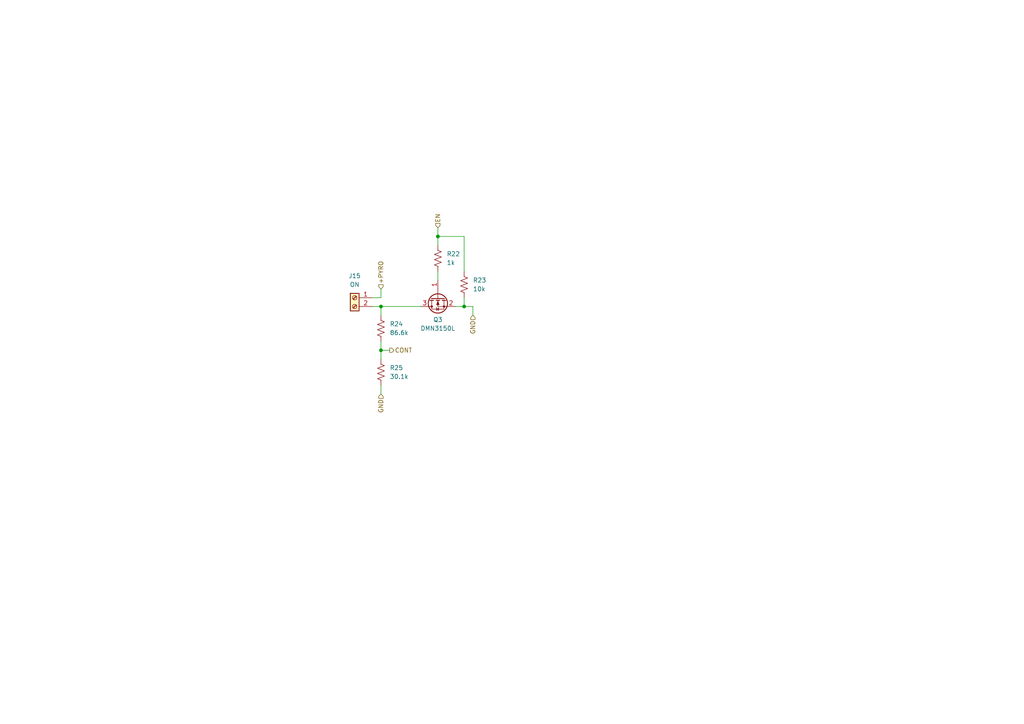
<source format=kicad_sch>
(kicad_sch (version 20230121) (generator eeschema)
  (paper "A4")
  (lib_symbols
    (symbol "Connector:Screw_Terminal_01x02" (pin_names (offset 1.016) hide)
      (property "Reference" "J" (at 0 2.54 0))
      (property "Value" "Screw_Terminal_01x02" (at 0 -5.08 0))
      (symbol "Screw_Terminal_01x02_1_1"
        (rectangle (start -1.27 1.27) (end 1.27 -3.81) (stroke (width 0.254)) (fill (type background)))
        (circle (center 0 -2.54) (radius 0.635) (stroke (width 0.1524)))
        (polyline (pts (xy -0.5334 -2.2098) (xy 0.3302 -3.048)) (stroke (width 0.1524)))
        (polyline (pts (xy -0.5334 0.3302) (xy 0.3302 -0.508)) (stroke (width 0.1524)))
        (polyline (pts (xy -0.3556 -2.032) (xy 0.508 -2.8702)) (stroke (width 0.1524)))
        (polyline (pts (xy -0.3556 0.508) (xy 0.508 -0.3302)) (stroke (width 0.1524)))
        (circle (center 0 0) (radius 0.635) (stroke (width 0.1524)))
        (pin passive line (at -5.08 0 0) (length 3.81) (name "Pin_1") (number "1"))
        (pin passive line (at -5.08 -2.54 0) (length 3.81) (name "Pin_2") (number "2"))
      )
    )
    (symbol "Device:Q_NMOS_GSD" (pin_names (offset 0) hide)
      (property "Reference" "Q" (at 5.08 1.27 0))
      (property "Value" "Q_NMOS_GSD" (at 5.08 -1.27 0))
      (symbol "Q_NMOS_GSD_0_1"
        (polyline (pts (xy 0.254 0) (xy -2.54 0)))
        (polyline (pts (xy 0.254 1.905) (xy 0.254 -1.905)) (stroke (width 0.254)))
        (polyline (pts (xy 0.762 -1.27) (xy 0.762 -2.286)) (stroke (width 0.254)))
        (polyline (pts (xy 0.762 0.508) (xy 0.762 -0.508)) (stroke (width 0.254)))
        (polyline (pts (xy 0.762 2.286) (xy 0.762 1.27)) (stroke (width 0.254)))
        (polyline (pts (xy 2.54 2.54) (xy 2.54 1.778)))
        (polyline (pts (xy 2.54 -2.54) (xy 2.54 0) (xy 0.762 0)))
        (polyline (pts (xy 0.762 -1.778) (xy 3.302 -1.778) (xy 3.302 1.778) (xy 0.762 1.778)))
        (polyline (pts (xy 1.016 0) (xy 2.032 0.381) (xy 2.032 -0.381) (xy 1.016 0)) (fill (type outline)))
        (polyline (pts (xy 2.794 0.508) (xy 2.921 0.381) (xy 3.683 0.381) (xy 3.81 0.254)))
        (polyline (pts (xy 3.302 0.381) (xy 2.921 -0.254) (xy 3.683 -0.254) (xy 3.302 0.381)))
        (circle (center 1.651 0) (radius 2.794) (stroke (width 0.254)))
        (circle (center 2.54 -1.778) (radius 0.254) (fill (type outline)))
        (circle (center 2.54 1.778) (radius 0.254) (fill (type outline)))
      )
      (symbol "Q_NMOS_GSD_1_1"
        (pin input line (at -5.08 0 0) (length 2.54) (name "G") (number "1"))
        (pin passive line (at 2.54 -5.08 90) (length 2.54) (name "S") (number "2"))
        (pin passive line (at 2.54 5.08 270) (length 2.54) (name "D") (number "3"))
      )
    )
    (symbol "Device:R_US" (pin_numbers hide) (pin_names (offset 0))
      (property "Reference" "R" (at 2.54 0 90))
      (property "Value" "R_US" (at -2.54 0 90))
      (symbol "R_US_0_1"
        (polyline (pts (xy 0 -2.286) (xy 0 -2.54)))
        (polyline (pts (xy 0 2.286) (xy 0 2.54)))
        (polyline (pts (xy 0 -0.762) (xy 1.016 -1.143) (xy 0 -1.524) (xy -1.016 -1.905) (xy 0 -2.286)))
        (polyline (pts (xy 0 0.762) (xy 1.016 0.381) (xy 0 0) (xy -1.016 -0.381) (xy 0 -0.762)))
        (polyline (pts (xy 0 2.286) (xy 1.016 1.905) (xy 0 1.524) (xy -1.016 1.143) (xy 0 0.762)))
      )
      (symbol "R_US_1_1"
        (pin passive line (at 0 3.81 270) (length 1.27) (name "~") (number "1"))
        (pin passive line (at 0 -3.81 90) (length 1.27) (name "~") (number "2"))
      )
    )
  )
  (junction (at 110.49 101.6))
  (junction (at 110.49 88.9))
  (junction (at 134.62 88.9))
  (junction (at 127 68.58))
  (wire (pts (xy 110.49 88.9) (xy 121.92 88.9)))
  (wire (pts (xy 110.49 86.36) (xy 107.95 86.36)))
  (wire (pts (xy 137.16 88.9) (xy 137.16 91.44)))
  (wire (pts (xy 127 71.12) (xy 127 68.58)))
  (wire (pts (xy 110.49 88.9) (xy 110.49 91.44)))
  (wire (pts (xy 134.62 68.58) (xy 134.62 78.74)))
  (wire (pts (xy 110.49 101.6) (xy 113.03 101.6)))
  (wire (pts (xy 107.95 88.9) (xy 110.49 88.9)))
  (wire (pts (xy 110.49 101.6) (xy 110.49 104.14)))
  (wire (pts (xy 134.62 86.36) (xy 134.62 88.9)))
  (wire (pts (xy 110.49 83.82) (xy 110.49 86.36)))
  (wire (pts (xy 127 68.58) (xy 134.62 68.58)))
  (wire (pts (xy 134.62 88.9) (xy 137.16 88.9)))
  (wire (pts (xy 110.49 99.06) (xy 110.49 101.6)))
  (wire (pts (xy 127 66.04) (xy 127 68.58)))
  (wire (pts (xy 110.49 111.76) (xy 110.49 114.3)))
  (wire (pts (xy 132.08 88.9) (xy 134.62 88.9)))
  (wire (pts (xy 127 78.74) (xy 127 81.28)))
  (hierarchical_label "GND" (shape input) (at 110.49 114.3 270))
  (hierarchical_label "GND" (shape input) (at 137.16 91.44 270))
  (hierarchical_label "EN" (shape input) (at 127 66.04 90))
  (hierarchical_label "CONT" (shape output) (at 113.03 101.6 0))
  (hierarchical_label "+PYRO" (shape input) (at 110.49 83.82 90))
  (symbol (lib_id "Device:Q_NMOS_GSD") (at 127 86.36 90) (mirror x) (unit 1)
    (property "Reference" "Q3" (at 127 92.71 90))
    (property "Value" "DMN3150L" (at 127 95.25 90))
    (property "Footprint" "Package_TO_SOT_SMD:SOT-23" (effects hide))
    (instances (project "av2324" (path "" (reference "Q3") (unit 1)) (path "" (reference "Q2") (unit 1)) (path "" (reference "Q4") (unit 1)) (path "" (reference "Q5") (unit 1))))
  )
  (symbol (lib_id "Connector:Screw_Terminal_01x02") (at 102.87 86.36 0) (mirror y) (unit 1)
    (property "Reference" "J15" (at 102.87 80.01 0))
    (property "Value" "ON" (at 102.87 82.55 0))
    (property "Footprint" "TerminalBlock_Phoenix:TerminalBlock_Phoenix_MKDS-1,5-2-5.08_1x02_P5.08mm_Horizontal" (effects hide))
    (instances (project "av2324" (path "" (reference "J15") (unit 1)) (path "" (reference "J14") (unit 1)) (path "" (reference "J16") (unit 1)) (path "" (reference "J17") (unit 1))))
  )
  (symbol (lib_id "Device:R_US") (at 110.49 95.25 180) (unit 1)
    (property "Reference" "R24" (at 113.03 93.98 0) (effects (justify right)))
    (property "Value" "86.6k" (at 113.03 96.52 0) (effects (justify right)))
    (property "Footprint" "Resistor_SMD:R_0603_1608Metric" (effects hide))
    (instances (project "av2324" (path "" (reference "R24") (unit 1)) (path "" (reference "R20") (unit 1)) (path "" (reference "R29") (unit 1)) (path "" (reference "R33") (unit 1))))
  )
  (symbol (lib_id "Device:R_US") (at 134.62 82.55 0) (unit 1)
    (property "Reference" "R23" (at 137.16 81.28 0) (effects (justify left)))
    (property "Value" "10k" (at 137.16 83.82 0) (effects (justify left)))
    (property "Footprint" "Resistor_SMD:R_0603_1608Metric" (effects hide))
    (instances (project "av2324" (path "" (reference "R23") (unit 1)) (path "" (reference "R19") (unit 1)) (path "" (reference "R28") (unit 1)) (path "" (reference "R32") (unit 1))))
  )
  (symbol (lib_id "Device:R_US") (at 110.49 107.95 180) (unit 1)
    (property "Reference" "R25" (at 113.03 106.68 0) (effects (justify right)))
    (property "Value" "30.1k" (at 113.03 109.22 0) (effects (justify right)))
    (property "Footprint" "Resistor_SMD:R_0603_1608Metric" (effects hide))
    (instances (project "av2324" (path "" (reference "R25") (unit 1)) (path "" (reference "R21") (unit 1)) (path "" (reference "R30") (unit 1)) (path "" (reference "R34") (unit 1))))
  )
  (symbol (lib_id "Device:R_US") (at 127 74.93 0) (unit 1)
    (property "Reference" "R22" (at 129.54 73.66 0) (effects (justify left)))
    (property "Value" "1k" (at 129.54 76.2 0) (effects (justify left)))
    (property "Footprint" "Resistor_SMD:R_0603_1608Metric" (effects hide))
    (instances (project "av2324" (path "" (reference "R22") (unit 1)) (path "" (reference "R18") (unit 1)) (path "" (reference "R27") (unit 1)) (path "" (reference "R31") (unit 1))))
  )
)
</source>
